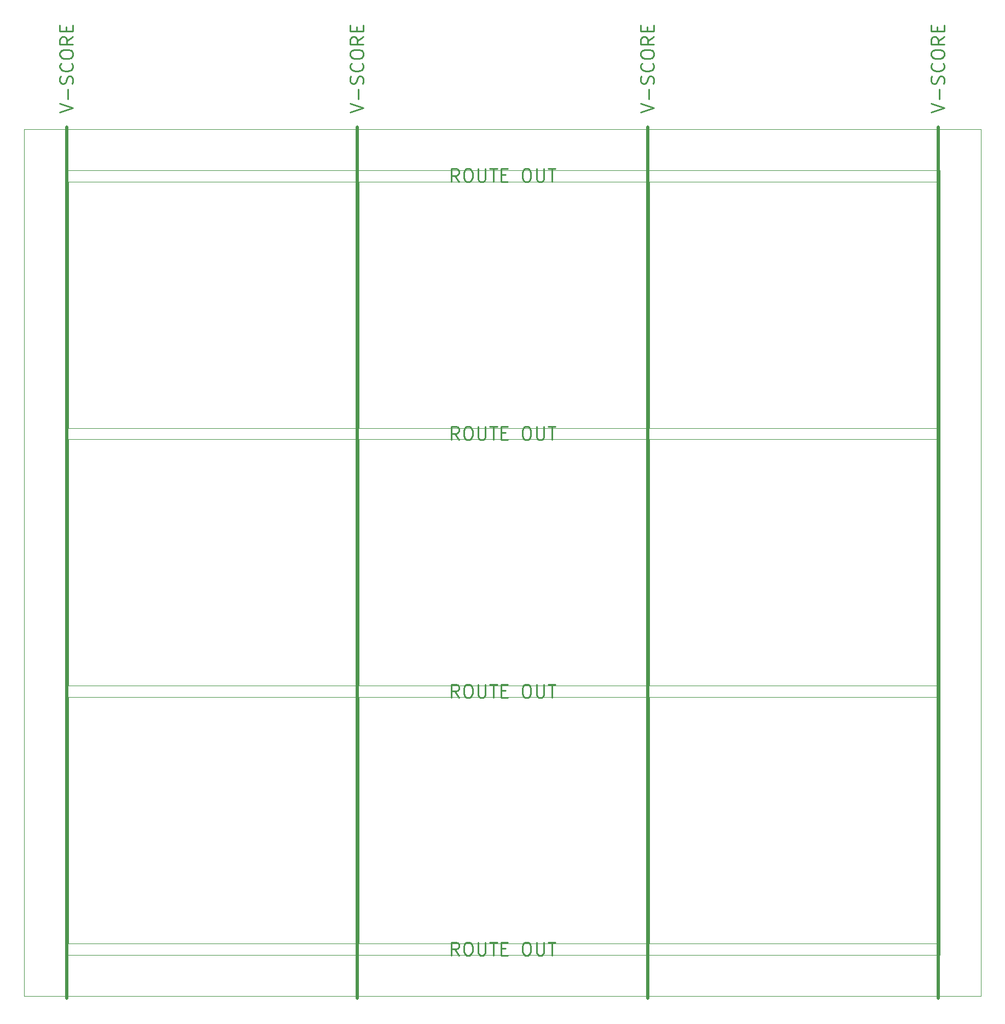
<source format=gko>
%TF.GenerationSoftware,KiCad,Pcbnew,8.0.1*%
%TF.CreationDate,2024-09-05T10:17:41-06:00*%
%TF.ProjectId,SparkFun_Qwiic_WAV_Trigger_Pro_panelized,53706172-6b46-4756-9e5f-51776969635f,rev?*%
%TF.SameCoordinates,Original*%
%TF.FileFunction,Soldermask,Bot*%
%TF.FilePolarity,Negative*%
%FSLAX46Y46*%
G04 Gerber Fmt 4.6, Leading zero omitted, Abs format (unit mm)*
G04 Created by KiCad (PCBNEW 8.0.1) date 2024-09-05 10:17:41*
%MOMM*%
%LPD*%
G01*
G04 APERTURE LIST*
%TA.AperFunction,Profile*%
%ADD10C,0.100000*%
%TD*%
%TA.AperFunction,Profile*%
%ADD11C,0.050000*%
%TD*%
%ADD12C,0.250000*%
%ADD13C,0.500000*%
G04 APERTURE END LIST*
D10*
X-500000Y-1770000D02*
X-500000Y119610000D01*
X134850000Y-1770000D02*
X-500000Y-1770000D01*
X134850000Y119610000D02*
X134850000Y-1770000D01*
X-500000Y119610000D02*
X134850000Y119610000D01*
X-6850000Y-8120000D02*
X-6850000Y125960000D01*
X141200000Y-8120000D02*
X-6850000Y-8120000D01*
X141200000Y125960000D02*
X141200000Y-8120000D01*
X-6850000Y125960000D02*
X141200000Y125960000D01*
D11*
X134350000Y79740000D02*
X89900000Y79740000D01*
X134350000Y39870000D02*
X89900000Y39870000D01*
X134350000Y0D02*
X89900000Y0D01*
X89400000Y79740000D02*
X44950000Y79740000D01*
X89400000Y39870000D02*
X44950000Y39870000D01*
X89400000Y0D02*
X44950000Y0D01*
X44450000Y79740000D02*
X0Y79740000D01*
X44450000Y39870000D02*
X0Y39870000D01*
X89900000Y117840000D02*
X134350000Y117840000D01*
X89900000Y77970000D02*
X134350000Y77970000D01*
X89900000Y38100000D02*
X134350000Y38100000D01*
X44950000Y117840000D02*
X89400000Y117840000D01*
X44950000Y77970000D02*
X89400000Y77970000D01*
X44950000Y38100000D02*
X89400000Y38100000D01*
X0Y117840000D02*
X44450000Y117840000D01*
X0Y77970000D02*
X44450000Y77970000D01*
X89900000Y79740000D02*
X89900000Y117840000D01*
X89900000Y39870000D02*
X89900000Y77970000D01*
X89900000Y0D02*
X89900000Y38100000D01*
X44950000Y79740000D02*
X44950000Y117840000D01*
X44950000Y39870000D02*
X44950000Y77970000D01*
X44950000Y0D02*
X44950000Y38100000D01*
X0Y79740000D02*
X0Y117840000D01*
X0Y39870000D02*
X0Y77970000D01*
X134350000Y117840000D02*
X134350000Y79740000D01*
X134350000Y77970000D02*
X134350000Y39870000D01*
X134350000Y38100000D02*
X134350000Y0D01*
X89400000Y117840000D02*
X89400000Y79740000D01*
X89400000Y77970000D02*
X89400000Y39870000D01*
X89400000Y38100000D02*
X89400000Y0D01*
X44450000Y117840000D02*
X44450000Y79740000D01*
X44450000Y77970000D02*
X44450000Y39870000D01*
X44450000Y38100000D02*
X44450000Y0D01*
X0Y0D02*
X0Y38100000D01*
X0Y38100000D02*
X44450000Y38100000D01*
X44450000Y0D02*
X0Y0D01*
D12*
X60413094Y-1797238D02*
X59746427Y-844857D01*
X59270237Y-1797238D02*
X59270237Y202762D01*
X59270237Y202762D02*
X60032142Y202762D01*
X60032142Y202762D02*
X60222618Y107524D01*
X60222618Y107524D02*
X60317856Y12286D01*
X60317856Y12286D02*
X60413094Y-178190D01*
X60413094Y-178190D02*
X60413094Y-463904D01*
X60413094Y-463904D02*
X60317856Y-654380D01*
X60317856Y-654380D02*
X60222618Y-749619D01*
X60222618Y-749619D02*
X60032142Y-844857D01*
X60032142Y-844857D02*
X59270237Y-844857D01*
X61651189Y202762D02*
X62032142Y202762D01*
X62032142Y202762D02*
X62222618Y107524D01*
X62222618Y107524D02*
X62413094Y-82952D01*
X62413094Y-82952D02*
X62508332Y-463904D01*
X62508332Y-463904D02*
X62508332Y-1130571D01*
X62508332Y-1130571D02*
X62413094Y-1511523D01*
X62413094Y-1511523D02*
X62222618Y-1702000D01*
X62222618Y-1702000D02*
X62032142Y-1797238D01*
X62032142Y-1797238D02*
X61651189Y-1797238D01*
X61651189Y-1797238D02*
X61460713Y-1702000D01*
X61460713Y-1702000D02*
X61270237Y-1511523D01*
X61270237Y-1511523D02*
X61174999Y-1130571D01*
X61174999Y-1130571D02*
X61174999Y-463904D01*
X61174999Y-463904D02*
X61270237Y-82952D01*
X61270237Y-82952D02*
X61460713Y107524D01*
X61460713Y107524D02*
X61651189Y202762D01*
X63365475Y202762D02*
X63365475Y-1416285D01*
X63365475Y-1416285D02*
X63460713Y-1606761D01*
X63460713Y-1606761D02*
X63555951Y-1702000D01*
X63555951Y-1702000D02*
X63746427Y-1797238D01*
X63746427Y-1797238D02*
X64127380Y-1797238D01*
X64127380Y-1797238D02*
X64317856Y-1702000D01*
X64317856Y-1702000D02*
X64413094Y-1606761D01*
X64413094Y-1606761D02*
X64508332Y-1416285D01*
X64508332Y-1416285D02*
X64508332Y202762D01*
X65174999Y202762D02*
X66317856Y202762D01*
X65746427Y-1797238D02*
X65746427Y202762D01*
X66984523Y-749619D02*
X67651190Y-749619D01*
X67936904Y-1797238D02*
X66984523Y-1797238D01*
X66984523Y-1797238D02*
X66984523Y202762D01*
X66984523Y202762D02*
X67936904Y202762D01*
X70698809Y202762D02*
X71079762Y202762D01*
X71079762Y202762D02*
X71270238Y107524D01*
X71270238Y107524D02*
X71460714Y-82952D01*
X71460714Y-82952D02*
X71555952Y-463904D01*
X71555952Y-463904D02*
X71555952Y-1130571D01*
X71555952Y-1130571D02*
X71460714Y-1511523D01*
X71460714Y-1511523D02*
X71270238Y-1702000D01*
X71270238Y-1702000D02*
X71079762Y-1797238D01*
X71079762Y-1797238D02*
X70698809Y-1797238D01*
X70698809Y-1797238D02*
X70508333Y-1702000D01*
X70508333Y-1702000D02*
X70317857Y-1511523D01*
X70317857Y-1511523D02*
X70222619Y-1130571D01*
X70222619Y-1130571D02*
X70222619Y-463904D01*
X70222619Y-463904D02*
X70317857Y-82952D01*
X70317857Y-82952D02*
X70508333Y107524D01*
X70508333Y107524D02*
X70698809Y202762D01*
X72413095Y202762D02*
X72413095Y-1416285D01*
X72413095Y-1416285D02*
X72508333Y-1606761D01*
X72508333Y-1606761D02*
X72603571Y-1702000D01*
X72603571Y-1702000D02*
X72794047Y-1797238D01*
X72794047Y-1797238D02*
X73175000Y-1797238D01*
X73175000Y-1797238D02*
X73365476Y-1702000D01*
X73365476Y-1702000D02*
X73460714Y-1606761D01*
X73460714Y-1606761D02*
X73555952Y-1416285D01*
X73555952Y-1416285D02*
X73555952Y202762D01*
X74222619Y202762D02*
X75365476Y202762D01*
X74794047Y-1797238D02*
X74794047Y202762D01*
X60413094Y38072762D02*
X59746427Y39025143D01*
X59270237Y38072762D02*
X59270237Y40072762D01*
X59270237Y40072762D02*
X60032142Y40072762D01*
X60032142Y40072762D02*
X60222618Y39977524D01*
X60222618Y39977524D02*
X60317856Y39882286D01*
X60317856Y39882286D02*
X60413094Y39691810D01*
X60413094Y39691810D02*
X60413094Y39406096D01*
X60413094Y39406096D02*
X60317856Y39215620D01*
X60317856Y39215620D02*
X60222618Y39120381D01*
X60222618Y39120381D02*
X60032142Y39025143D01*
X60032142Y39025143D02*
X59270237Y39025143D01*
X61651189Y40072762D02*
X62032142Y40072762D01*
X62032142Y40072762D02*
X62222618Y39977524D01*
X62222618Y39977524D02*
X62413094Y39787048D01*
X62413094Y39787048D02*
X62508332Y39406096D01*
X62508332Y39406096D02*
X62508332Y38739429D01*
X62508332Y38739429D02*
X62413094Y38358477D01*
X62413094Y38358477D02*
X62222618Y38168000D01*
X62222618Y38168000D02*
X62032142Y38072762D01*
X62032142Y38072762D02*
X61651189Y38072762D01*
X61651189Y38072762D02*
X61460713Y38168000D01*
X61460713Y38168000D02*
X61270237Y38358477D01*
X61270237Y38358477D02*
X61174999Y38739429D01*
X61174999Y38739429D02*
X61174999Y39406096D01*
X61174999Y39406096D02*
X61270237Y39787048D01*
X61270237Y39787048D02*
X61460713Y39977524D01*
X61460713Y39977524D02*
X61651189Y40072762D01*
X63365475Y40072762D02*
X63365475Y38453715D01*
X63365475Y38453715D02*
X63460713Y38263239D01*
X63460713Y38263239D02*
X63555951Y38168000D01*
X63555951Y38168000D02*
X63746427Y38072762D01*
X63746427Y38072762D02*
X64127380Y38072762D01*
X64127380Y38072762D02*
X64317856Y38168000D01*
X64317856Y38168000D02*
X64413094Y38263239D01*
X64413094Y38263239D02*
X64508332Y38453715D01*
X64508332Y38453715D02*
X64508332Y40072762D01*
X65174999Y40072762D02*
X66317856Y40072762D01*
X65746427Y38072762D02*
X65746427Y40072762D01*
X66984523Y39120381D02*
X67651190Y39120381D01*
X67936904Y38072762D02*
X66984523Y38072762D01*
X66984523Y38072762D02*
X66984523Y40072762D01*
X66984523Y40072762D02*
X67936904Y40072762D01*
X70698809Y40072762D02*
X71079762Y40072762D01*
X71079762Y40072762D02*
X71270238Y39977524D01*
X71270238Y39977524D02*
X71460714Y39787048D01*
X71460714Y39787048D02*
X71555952Y39406096D01*
X71555952Y39406096D02*
X71555952Y38739429D01*
X71555952Y38739429D02*
X71460714Y38358477D01*
X71460714Y38358477D02*
X71270238Y38168000D01*
X71270238Y38168000D02*
X71079762Y38072762D01*
X71079762Y38072762D02*
X70698809Y38072762D01*
X70698809Y38072762D02*
X70508333Y38168000D01*
X70508333Y38168000D02*
X70317857Y38358477D01*
X70317857Y38358477D02*
X70222619Y38739429D01*
X70222619Y38739429D02*
X70222619Y39406096D01*
X70222619Y39406096D02*
X70317857Y39787048D01*
X70317857Y39787048D02*
X70508333Y39977524D01*
X70508333Y39977524D02*
X70698809Y40072762D01*
X72413095Y40072762D02*
X72413095Y38453715D01*
X72413095Y38453715D02*
X72508333Y38263239D01*
X72508333Y38263239D02*
X72603571Y38168000D01*
X72603571Y38168000D02*
X72794047Y38072762D01*
X72794047Y38072762D02*
X73175000Y38072762D01*
X73175000Y38072762D02*
X73365476Y38168000D01*
X73365476Y38168000D02*
X73460714Y38263239D01*
X73460714Y38263239D02*
X73555952Y38453715D01*
X73555952Y38453715D02*
X73555952Y40072762D01*
X74222619Y40072762D02*
X75365476Y40072762D01*
X74794047Y38072762D02*
X74794047Y40072762D01*
X60413094Y77942762D02*
X59746427Y78895143D01*
X59270237Y77942762D02*
X59270237Y79942762D01*
X59270237Y79942762D02*
X60032142Y79942762D01*
X60032142Y79942762D02*
X60222618Y79847524D01*
X60222618Y79847524D02*
X60317856Y79752286D01*
X60317856Y79752286D02*
X60413094Y79561810D01*
X60413094Y79561810D02*
X60413094Y79276096D01*
X60413094Y79276096D02*
X60317856Y79085620D01*
X60317856Y79085620D02*
X60222618Y78990381D01*
X60222618Y78990381D02*
X60032142Y78895143D01*
X60032142Y78895143D02*
X59270237Y78895143D01*
X61651189Y79942762D02*
X62032142Y79942762D01*
X62032142Y79942762D02*
X62222618Y79847524D01*
X62222618Y79847524D02*
X62413094Y79657048D01*
X62413094Y79657048D02*
X62508332Y79276096D01*
X62508332Y79276096D02*
X62508332Y78609429D01*
X62508332Y78609429D02*
X62413094Y78228477D01*
X62413094Y78228477D02*
X62222618Y78038000D01*
X62222618Y78038000D02*
X62032142Y77942762D01*
X62032142Y77942762D02*
X61651189Y77942762D01*
X61651189Y77942762D02*
X61460713Y78038000D01*
X61460713Y78038000D02*
X61270237Y78228477D01*
X61270237Y78228477D02*
X61174999Y78609429D01*
X61174999Y78609429D02*
X61174999Y79276096D01*
X61174999Y79276096D02*
X61270237Y79657048D01*
X61270237Y79657048D02*
X61460713Y79847524D01*
X61460713Y79847524D02*
X61651189Y79942762D01*
X63365475Y79942762D02*
X63365475Y78323715D01*
X63365475Y78323715D02*
X63460713Y78133239D01*
X63460713Y78133239D02*
X63555951Y78038000D01*
X63555951Y78038000D02*
X63746427Y77942762D01*
X63746427Y77942762D02*
X64127380Y77942762D01*
X64127380Y77942762D02*
X64317856Y78038000D01*
X64317856Y78038000D02*
X64413094Y78133239D01*
X64413094Y78133239D02*
X64508332Y78323715D01*
X64508332Y78323715D02*
X64508332Y79942762D01*
X65174999Y79942762D02*
X66317856Y79942762D01*
X65746427Y77942762D02*
X65746427Y79942762D01*
X66984523Y78990381D02*
X67651190Y78990381D01*
X67936904Y77942762D02*
X66984523Y77942762D01*
X66984523Y77942762D02*
X66984523Y79942762D01*
X66984523Y79942762D02*
X67936904Y79942762D01*
X70698809Y79942762D02*
X71079762Y79942762D01*
X71079762Y79942762D02*
X71270238Y79847524D01*
X71270238Y79847524D02*
X71460714Y79657048D01*
X71460714Y79657048D02*
X71555952Y79276096D01*
X71555952Y79276096D02*
X71555952Y78609429D01*
X71555952Y78609429D02*
X71460714Y78228477D01*
X71460714Y78228477D02*
X71270238Y78038000D01*
X71270238Y78038000D02*
X71079762Y77942762D01*
X71079762Y77942762D02*
X70698809Y77942762D01*
X70698809Y77942762D02*
X70508333Y78038000D01*
X70508333Y78038000D02*
X70317857Y78228477D01*
X70317857Y78228477D02*
X70222619Y78609429D01*
X70222619Y78609429D02*
X70222619Y79276096D01*
X70222619Y79276096D02*
X70317857Y79657048D01*
X70317857Y79657048D02*
X70508333Y79847524D01*
X70508333Y79847524D02*
X70698809Y79942762D01*
X72413095Y79942762D02*
X72413095Y78323715D01*
X72413095Y78323715D02*
X72508333Y78133239D01*
X72508333Y78133239D02*
X72603571Y78038000D01*
X72603571Y78038000D02*
X72794047Y77942762D01*
X72794047Y77942762D02*
X73175000Y77942762D01*
X73175000Y77942762D02*
X73365476Y78038000D01*
X73365476Y78038000D02*
X73460714Y78133239D01*
X73460714Y78133239D02*
X73555952Y78323715D01*
X73555952Y78323715D02*
X73555952Y79942762D01*
X74222619Y79942762D02*
X75365476Y79942762D01*
X74794047Y77942762D02*
X74794047Y79942762D01*
X60413094Y117812762D02*
X59746427Y118765143D01*
X59270237Y117812762D02*
X59270237Y119812762D01*
X59270237Y119812762D02*
X60032142Y119812762D01*
X60032142Y119812762D02*
X60222618Y119717524D01*
X60222618Y119717524D02*
X60317856Y119622286D01*
X60317856Y119622286D02*
X60413094Y119431810D01*
X60413094Y119431810D02*
X60413094Y119146096D01*
X60413094Y119146096D02*
X60317856Y118955620D01*
X60317856Y118955620D02*
X60222618Y118860381D01*
X60222618Y118860381D02*
X60032142Y118765143D01*
X60032142Y118765143D02*
X59270237Y118765143D01*
X61651189Y119812762D02*
X62032142Y119812762D01*
X62032142Y119812762D02*
X62222618Y119717524D01*
X62222618Y119717524D02*
X62413094Y119527048D01*
X62413094Y119527048D02*
X62508332Y119146096D01*
X62508332Y119146096D02*
X62508332Y118479429D01*
X62508332Y118479429D02*
X62413094Y118098477D01*
X62413094Y118098477D02*
X62222618Y117908000D01*
X62222618Y117908000D02*
X62032142Y117812762D01*
X62032142Y117812762D02*
X61651189Y117812762D01*
X61651189Y117812762D02*
X61460713Y117908000D01*
X61460713Y117908000D02*
X61270237Y118098477D01*
X61270237Y118098477D02*
X61174999Y118479429D01*
X61174999Y118479429D02*
X61174999Y119146096D01*
X61174999Y119146096D02*
X61270237Y119527048D01*
X61270237Y119527048D02*
X61460713Y119717524D01*
X61460713Y119717524D02*
X61651189Y119812762D01*
X63365475Y119812762D02*
X63365475Y118193715D01*
X63365475Y118193715D02*
X63460713Y118003239D01*
X63460713Y118003239D02*
X63555951Y117908000D01*
X63555951Y117908000D02*
X63746427Y117812762D01*
X63746427Y117812762D02*
X64127380Y117812762D01*
X64127380Y117812762D02*
X64317856Y117908000D01*
X64317856Y117908000D02*
X64413094Y118003239D01*
X64413094Y118003239D02*
X64508332Y118193715D01*
X64508332Y118193715D02*
X64508332Y119812762D01*
X65174999Y119812762D02*
X66317856Y119812762D01*
X65746427Y117812762D02*
X65746427Y119812762D01*
X66984523Y118860381D02*
X67651190Y118860381D01*
X67936904Y117812762D02*
X66984523Y117812762D01*
X66984523Y117812762D02*
X66984523Y119812762D01*
X66984523Y119812762D02*
X67936904Y119812762D01*
X70698809Y119812762D02*
X71079762Y119812762D01*
X71079762Y119812762D02*
X71270238Y119717524D01*
X71270238Y119717524D02*
X71460714Y119527048D01*
X71460714Y119527048D02*
X71555952Y119146096D01*
X71555952Y119146096D02*
X71555952Y118479429D01*
X71555952Y118479429D02*
X71460714Y118098477D01*
X71460714Y118098477D02*
X71270238Y117908000D01*
X71270238Y117908000D02*
X71079762Y117812762D01*
X71079762Y117812762D02*
X70698809Y117812762D01*
X70698809Y117812762D02*
X70508333Y117908000D01*
X70508333Y117908000D02*
X70317857Y118098477D01*
X70317857Y118098477D02*
X70222619Y118479429D01*
X70222619Y118479429D02*
X70222619Y119146096D01*
X70222619Y119146096D02*
X70317857Y119527048D01*
X70317857Y119527048D02*
X70508333Y119717524D01*
X70508333Y119717524D02*
X70698809Y119812762D01*
X72413095Y119812762D02*
X72413095Y118193715D01*
X72413095Y118193715D02*
X72508333Y118003239D01*
X72508333Y118003239D02*
X72603571Y117908000D01*
X72603571Y117908000D02*
X72794047Y117812762D01*
X72794047Y117812762D02*
X73175000Y117812762D01*
X73175000Y117812762D02*
X73365476Y117908000D01*
X73365476Y117908000D02*
X73460714Y118003239D01*
X73460714Y118003239D02*
X73555952Y118193715D01*
X73555952Y118193715D02*
X73555952Y119812762D01*
X74222619Y119812762D02*
X75365476Y119812762D01*
X74794047Y117812762D02*
X74794047Y119812762D01*
X133512238Y128589949D02*
X135512238Y129256615D01*
X135512238Y129256615D02*
X133512238Y129923282D01*
X134750333Y130589949D02*
X134750333Y132113759D01*
X135417000Y132970901D02*
X135512238Y133256615D01*
X135512238Y133256615D02*
X135512238Y133732806D01*
X135512238Y133732806D02*
X135417000Y133923282D01*
X135417000Y133923282D02*
X135321761Y134018520D01*
X135321761Y134018520D02*
X135131285Y134113758D01*
X135131285Y134113758D02*
X134940809Y134113758D01*
X134940809Y134113758D02*
X134750333Y134018520D01*
X134750333Y134018520D02*
X134655095Y133923282D01*
X134655095Y133923282D02*
X134559857Y133732806D01*
X134559857Y133732806D02*
X134464619Y133351853D01*
X134464619Y133351853D02*
X134369380Y133161377D01*
X134369380Y133161377D02*
X134274142Y133066139D01*
X134274142Y133066139D02*
X134083666Y132970901D01*
X134083666Y132970901D02*
X133893190Y132970901D01*
X133893190Y132970901D02*
X133702714Y133066139D01*
X133702714Y133066139D02*
X133607476Y133161377D01*
X133607476Y133161377D02*
X133512238Y133351853D01*
X133512238Y133351853D02*
X133512238Y133828044D01*
X133512238Y133828044D02*
X133607476Y134113758D01*
X135321761Y136113758D02*
X135417000Y136018520D01*
X135417000Y136018520D02*
X135512238Y135732806D01*
X135512238Y135732806D02*
X135512238Y135542330D01*
X135512238Y135542330D02*
X135417000Y135256615D01*
X135417000Y135256615D02*
X135226523Y135066139D01*
X135226523Y135066139D02*
X135036047Y134970901D01*
X135036047Y134970901D02*
X134655095Y134875663D01*
X134655095Y134875663D02*
X134369380Y134875663D01*
X134369380Y134875663D02*
X133988428Y134970901D01*
X133988428Y134970901D02*
X133797952Y135066139D01*
X133797952Y135066139D02*
X133607476Y135256615D01*
X133607476Y135256615D02*
X133512238Y135542330D01*
X133512238Y135542330D02*
X133512238Y135732806D01*
X133512238Y135732806D02*
X133607476Y136018520D01*
X133607476Y136018520D02*
X133702714Y136113758D01*
X133512238Y137351853D02*
X133512238Y137732806D01*
X133512238Y137732806D02*
X133607476Y137923282D01*
X133607476Y137923282D02*
X133797952Y138113758D01*
X133797952Y138113758D02*
X134178904Y138208996D01*
X134178904Y138208996D02*
X134845571Y138208996D01*
X134845571Y138208996D02*
X135226523Y138113758D01*
X135226523Y138113758D02*
X135417000Y137923282D01*
X135417000Y137923282D02*
X135512238Y137732806D01*
X135512238Y137732806D02*
X135512238Y137351853D01*
X135512238Y137351853D02*
X135417000Y137161377D01*
X135417000Y137161377D02*
X135226523Y136970901D01*
X135226523Y136970901D02*
X134845571Y136875663D01*
X134845571Y136875663D02*
X134178904Y136875663D01*
X134178904Y136875663D02*
X133797952Y136970901D01*
X133797952Y136970901D02*
X133607476Y137161377D01*
X133607476Y137161377D02*
X133512238Y137351853D01*
X135512238Y140208996D02*
X134559857Y139542329D01*
X135512238Y139066139D02*
X133512238Y139066139D01*
X133512238Y139066139D02*
X133512238Y139828044D01*
X133512238Y139828044D02*
X133607476Y140018520D01*
X133607476Y140018520D02*
X133702714Y140113758D01*
X133702714Y140113758D02*
X133893190Y140208996D01*
X133893190Y140208996D02*
X134178904Y140208996D01*
X134178904Y140208996D02*
X134369380Y140113758D01*
X134369380Y140113758D02*
X134464619Y140018520D01*
X134464619Y140018520D02*
X134559857Y139828044D01*
X134559857Y139828044D02*
X134559857Y139066139D01*
X134464619Y141066139D02*
X134464619Y141732806D01*
X135512238Y142018520D02*
X135512238Y141066139D01*
X135512238Y141066139D02*
X133512238Y141066139D01*
X133512238Y141066139D02*
X133512238Y142018520D01*
D13*
X134600000Y126235000D02*
X134600000Y-8395000D01*
D12*
X88562238Y128589949D02*
X90562238Y129256615D01*
X90562238Y129256615D02*
X88562238Y129923282D01*
X89800333Y130589949D02*
X89800333Y132113759D01*
X90467000Y132970901D02*
X90562238Y133256615D01*
X90562238Y133256615D02*
X90562238Y133732806D01*
X90562238Y133732806D02*
X90467000Y133923282D01*
X90467000Y133923282D02*
X90371761Y134018520D01*
X90371761Y134018520D02*
X90181285Y134113758D01*
X90181285Y134113758D02*
X89990809Y134113758D01*
X89990809Y134113758D02*
X89800333Y134018520D01*
X89800333Y134018520D02*
X89705095Y133923282D01*
X89705095Y133923282D02*
X89609857Y133732806D01*
X89609857Y133732806D02*
X89514619Y133351853D01*
X89514619Y133351853D02*
X89419380Y133161377D01*
X89419380Y133161377D02*
X89324142Y133066139D01*
X89324142Y133066139D02*
X89133666Y132970901D01*
X89133666Y132970901D02*
X88943190Y132970901D01*
X88943190Y132970901D02*
X88752714Y133066139D01*
X88752714Y133066139D02*
X88657476Y133161377D01*
X88657476Y133161377D02*
X88562238Y133351853D01*
X88562238Y133351853D02*
X88562238Y133828044D01*
X88562238Y133828044D02*
X88657476Y134113758D01*
X90371761Y136113758D02*
X90467000Y136018520D01*
X90467000Y136018520D02*
X90562238Y135732806D01*
X90562238Y135732806D02*
X90562238Y135542330D01*
X90562238Y135542330D02*
X90467000Y135256615D01*
X90467000Y135256615D02*
X90276523Y135066139D01*
X90276523Y135066139D02*
X90086047Y134970901D01*
X90086047Y134970901D02*
X89705095Y134875663D01*
X89705095Y134875663D02*
X89419380Y134875663D01*
X89419380Y134875663D02*
X89038428Y134970901D01*
X89038428Y134970901D02*
X88847952Y135066139D01*
X88847952Y135066139D02*
X88657476Y135256615D01*
X88657476Y135256615D02*
X88562238Y135542330D01*
X88562238Y135542330D02*
X88562238Y135732806D01*
X88562238Y135732806D02*
X88657476Y136018520D01*
X88657476Y136018520D02*
X88752714Y136113758D01*
X88562238Y137351853D02*
X88562238Y137732806D01*
X88562238Y137732806D02*
X88657476Y137923282D01*
X88657476Y137923282D02*
X88847952Y138113758D01*
X88847952Y138113758D02*
X89228904Y138208996D01*
X89228904Y138208996D02*
X89895571Y138208996D01*
X89895571Y138208996D02*
X90276523Y138113758D01*
X90276523Y138113758D02*
X90467000Y137923282D01*
X90467000Y137923282D02*
X90562238Y137732806D01*
X90562238Y137732806D02*
X90562238Y137351853D01*
X90562238Y137351853D02*
X90467000Y137161377D01*
X90467000Y137161377D02*
X90276523Y136970901D01*
X90276523Y136970901D02*
X89895571Y136875663D01*
X89895571Y136875663D02*
X89228904Y136875663D01*
X89228904Y136875663D02*
X88847952Y136970901D01*
X88847952Y136970901D02*
X88657476Y137161377D01*
X88657476Y137161377D02*
X88562238Y137351853D01*
X90562238Y140208996D02*
X89609857Y139542329D01*
X90562238Y139066139D02*
X88562238Y139066139D01*
X88562238Y139066139D02*
X88562238Y139828044D01*
X88562238Y139828044D02*
X88657476Y140018520D01*
X88657476Y140018520D02*
X88752714Y140113758D01*
X88752714Y140113758D02*
X88943190Y140208996D01*
X88943190Y140208996D02*
X89228904Y140208996D01*
X89228904Y140208996D02*
X89419380Y140113758D01*
X89419380Y140113758D02*
X89514619Y140018520D01*
X89514619Y140018520D02*
X89609857Y139828044D01*
X89609857Y139828044D02*
X89609857Y139066139D01*
X89514619Y141066139D02*
X89514619Y141732806D01*
X90562238Y142018520D02*
X90562238Y141066139D01*
X90562238Y141066139D02*
X88562238Y141066139D01*
X88562238Y141066139D02*
X88562238Y142018520D01*
D13*
X89650000Y126235000D02*
X89650000Y-8395000D01*
D12*
X43612238Y128589949D02*
X45612238Y129256615D01*
X45612238Y129256615D02*
X43612238Y129923282D01*
X44850333Y130589949D02*
X44850333Y132113759D01*
X45517000Y132970901D02*
X45612238Y133256615D01*
X45612238Y133256615D02*
X45612238Y133732806D01*
X45612238Y133732806D02*
X45517000Y133923282D01*
X45517000Y133923282D02*
X45421761Y134018520D01*
X45421761Y134018520D02*
X45231285Y134113758D01*
X45231285Y134113758D02*
X45040809Y134113758D01*
X45040809Y134113758D02*
X44850333Y134018520D01*
X44850333Y134018520D02*
X44755095Y133923282D01*
X44755095Y133923282D02*
X44659857Y133732806D01*
X44659857Y133732806D02*
X44564619Y133351853D01*
X44564619Y133351853D02*
X44469380Y133161377D01*
X44469380Y133161377D02*
X44374142Y133066139D01*
X44374142Y133066139D02*
X44183666Y132970901D01*
X44183666Y132970901D02*
X43993190Y132970901D01*
X43993190Y132970901D02*
X43802714Y133066139D01*
X43802714Y133066139D02*
X43707476Y133161377D01*
X43707476Y133161377D02*
X43612238Y133351853D01*
X43612238Y133351853D02*
X43612238Y133828044D01*
X43612238Y133828044D02*
X43707476Y134113758D01*
X45421761Y136113758D02*
X45517000Y136018520D01*
X45517000Y136018520D02*
X45612238Y135732806D01*
X45612238Y135732806D02*
X45612238Y135542330D01*
X45612238Y135542330D02*
X45517000Y135256615D01*
X45517000Y135256615D02*
X45326523Y135066139D01*
X45326523Y135066139D02*
X45136047Y134970901D01*
X45136047Y134970901D02*
X44755095Y134875663D01*
X44755095Y134875663D02*
X44469380Y134875663D01*
X44469380Y134875663D02*
X44088428Y134970901D01*
X44088428Y134970901D02*
X43897952Y135066139D01*
X43897952Y135066139D02*
X43707476Y135256615D01*
X43707476Y135256615D02*
X43612238Y135542330D01*
X43612238Y135542330D02*
X43612238Y135732806D01*
X43612238Y135732806D02*
X43707476Y136018520D01*
X43707476Y136018520D02*
X43802714Y136113758D01*
X43612238Y137351853D02*
X43612238Y137732806D01*
X43612238Y137732806D02*
X43707476Y137923282D01*
X43707476Y137923282D02*
X43897952Y138113758D01*
X43897952Y138113758D02*
X44278904Y138208996D01*
X44278904Y138208996D02*
X44945571Y138208996D01*
X44945571Y138208996D02*
X45326523Y138113758D01*
X45326523Y138113758D02*
X45517000Y137923282D01*
X45517000Y137923282D02*
X45612238Y137732806D01*
X45612238Y137732806D02*
X45612238Y137351853D01*
X45612238Y137351853D02*
X45517000Y137161377D01*
X45517000Y137161377D02*
X45326523Y136970901D01*
X45326523Y136970901D02*
X44945571Y136875663D01*
X44945571Y136875663D02*
X44278904Y136875663D01*
X44278904Y136875663D02*
X43897952Y136970901D01*
X43897952Y136970901D02*
X43707476Y137161377D01*
X43707476Y137161377D02*
X43612238Y137351853D01*
X45612238Y140208996D02*
X44659857Y139542329D01*
X45612238Y139066139D02*
X43612238Y139066139D01*
X43612238Y139066139D02*
X43612238Y139828044D01*
X43612238Y139828044D02*
X43707476Y140018520D01*
X43707476Y140018520D02*
X43802714Y140113758D01*
X43802714Y140113758D02*
X43993190Y140208996D01*
X43993190Y140208996D02*
X44278904Y140208996D01*
X44278904Y140208996D02*
X44469380Y140113758D01*
X44469380Y140113758D02*
X44564619Y140018520D01*
X44564619Y140018520D02*
X44659857Y139828044D01*
X44659857Y139828044D02*
X44659857Y139066139D01*
X44564619Y141066139D02*
X44564619Y141732806D01*
X45612238Y142018520D02*
X45612238Y141066139D01*
X45612238Y141066139D02*
X43612238Y141066139D01*
X43612238Y141066139D02*
X43612238Y142018520D01*
D13*
X44700000Y126235000D02*
X44700000Y-8395000D01*
D12*
X-1337762Y128589949D02*
X662238Y129256615D01*
X662238Y129256615D02*
X-1337762Y129923282D01*
X-99667Y130589949D02*
X-99667Y132113759D01*
X567000Y132970901D02*
X662238Y133256615D01*
X662238Y133256615D02*
X662238Y133732806D01*
X662238Y133732806D02*
X567000Y133923282D01*
X567000Y133923282D02*
X471761Y134018520D01*
X471761Y134018520D02*
X281285Y134113758D01*
X281285Y134113758D02*
X90809Y134113758D01*
X90809Y134113758D02*
X-99667Y134018520D01*
X-99667Y134018520D02*
X-194905Y133923282D01*
X-194905Y133923282D02*
X-290143Y133732806D01*
X-290143Y133732806D02*
X-385381Y133351853D01*
X-385381Y133351853D02*
X-480620Y133161377D01*
X-480620Y133161377D02*
X-575858Y133066139D01*
X-575858Y133066139D02*
X-766334Y132970901D01*
X-766334Y132970901D02*
X-956810Y132970901D01*
X-956810Y132970901D02*
X-1147286Y133066139D01*
X-1147286Y133066139D02*
X-1242524Y133161377D01*
X-1242524Y133161377D02*
X-1337762Y133351853D01*
X-1337762Y133351853D02*
X-1337762Y133828044D01*
X-1337762Y133828044D02*
X-1242524Y134113758D01*
X471761Y136113758D02*
X567000Y136018520D01*
X567000Y136018520D02*
X662238Y135732806D01*
X662238Y135732806D02*
X662238Y135542330D01*
X662238Y135542330D02*
X567000Y135256615D01*
X567000Y135256615D02*
X376523Y135066139D01*
X376523Y135066139D02*
X186047Y134970901D01*
X186047Y134970901D02*
X-194905Y134875663D01*
X-194905Y134875663D02*
X-480620Y134875663D01*
X-480620Y134875663D02*
X-861572Y134970901D01*
X-861572Y134970901D02*
X-1052048Y135066139D01*
X-1052048Y135066139D02*
X-1242524Y135256615D01*
X-1242524Y135256615D02*
X-1337762Y135542330D01*
X-1337762Y135542330D02*
X-1337762Y135732806D01*
X-1337762Y135732806D02*
X-1242524Y136018520D01*
X-1242524Y136018520D02*
X-1147286Y136113758D01*
X-1337762Y137351853D02*
X-1337762Y137732806D01*
X-1337762Y137732806D02*
X-1242524Y137923282D01*
X-1242524Y137923282D02*
X-1052048Y138113758D01*
X-1052048Y138113758D02*
X-671096Y138208996D01*
X-671096Y138208996D02*
X-4429Y138208996D01*
X-4429Y138208996D02*
X376523Y138113758D01*
X376523Y138113758D02*
X567000Y137923282D01*
X567000Y137923282D02*
X662238Y137732806D01*
X662238Y137732806D02*
X662238Y137351853D01*
X662238Y137351853D02*
X567000Y137161377D01*
X567000Y137161377D02*
X376523Y136970901D01*
X376523Y136970901D02*
X-4429Y136875663D01*
X-4429Y136875663D02*
X-671096Y136875663D01*
X-671096Y136875663D02*
X-1052048Y136970901D01*
X-1052048Y136970901D02*
X-1242524Y137161377D01*
X-1242524Y137161377D02*
X-1337762Y137351853D01*
X662238Y140208996D02*
X-290143Y139542329D01*
X662238Y139066139D02*
X-1337762Y139066139D01*
X-1337762Y139066139D02*
X-1337762Y139828044D01*
X-1337762Y139828044D02*
X-1242524Y140018520D01*
X-1242524Y140018520D02*
X-1147286Y140113758D01*
X-1147286Y140113758D02*
X-956810Y140208996D01*
X-956810Y140208996D02*
X-671096Y140208996D01*
X-671096Y140208996D02*
X-480620Y140113758D01*
X-480620Y140113758D02*
X-385381Y140018520D01*
X-385381Y140018520D02*
X-290143Y139828044D01*
X-290143Y139828044D02*
X-290143Y139066139D01*
X-385381Y141066139D02*
X-385381Y141732806D01*
X662238Y142018520D02*
X662238Y141066139D01*
X662238Y141066139D02*
X-1337762Y141066139D01*
X-1337762Y141066139D02*
X-1337762Y142018520D01*
D13*
X-250000Y126235000D02*
X-250000Y-8395000D01*
M02*

</source>
